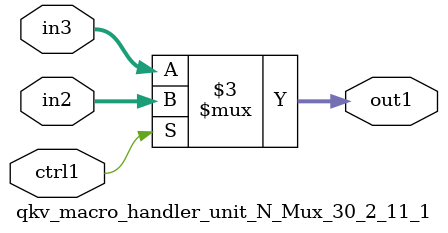
<source format=v>

`timescale 1ps / 1ps


module qkv_macro_handler_unit_N_Mux_30_2_11_1( in3, in2, ctrl1, out1 );

    input [29:0] in3;
    input [29:0] in2;
    input ctrl1;
    output [29:0] out1;
    reg [29:0] out1;

    
    // rtl_process:qkv_macro_handler_unit_N_Mux_30_2_11_1/qkv_macro_handler_unit_N_Mux_30_2_11_1_thread_1
    always @*
      begin : qkv_macro_handler_unit_N_Mux_30_2_11_1_thread_1
        case (ctrl1) 
          1'b1: 
            begin
              out1 = in2;
            end
          default: 
            begin
              out1 = in3;
            end
        endcase
      end

endmodule





</source>
